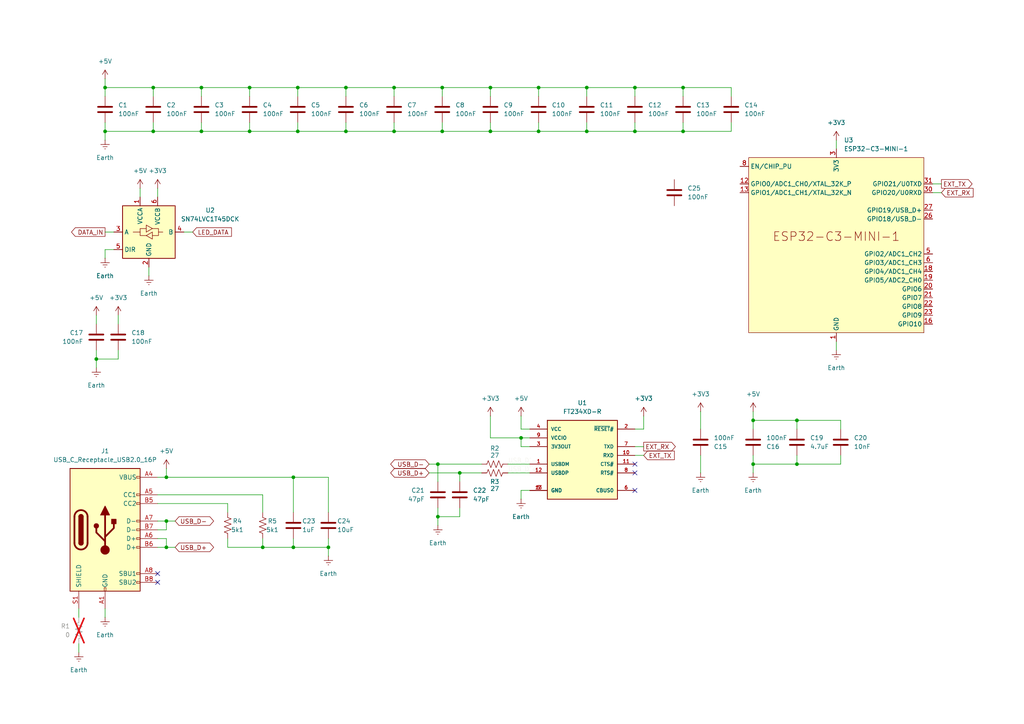
<source format=kicad_sch>
(kicad_sch (version 20231120) (generator "eeschema") (generator_version "8.0")
  (paper "A4")
  (title_block (title "Small Pendant") (rev "A") (company "MJHaahr") (comment 1 "Matthew Haahr"))
  (lib_symbols
    (symbol "Connector:USB_C_Receptacle_USB2.0_16P" (pin_names (offset 1.016))
      (property "Reference" "J" (at 0 22.225 0))
      (property "Value" "USB_C_Receptacle_USB2.0_16P" (at 0 19.685 0))
      (symbol "USB_C_Receptacle_USB2.0_16P_0_0"
        (rectangle (start -0.254 -17.78) (end 0.254 -16.764))
        (rectangle (start 10.16 -14.986) (end 9.144 -15.494))
        (rectangle (start 10.16 -12.446) (end 9.144 -12.954))
        (rectangle (start 10.16 -4.826) (end 9.144 -5.334))
        (rectangle (start 10.16 -2.286) (end 9.144 -2.794))
        (rectangle (start 10.16 0.254) (end 9.144 -0.254))
        (rectangle (start 10.16 2.794) (end 9.144 2.286))
        (rectangle (start 10.16 7.874) (end 9.144 7.366))
        (rectangle (start 10.16 10.414) (end 9.144 9.906))
        (rectangle (start 10.16 15.494) (end 9.144 14.986))
      )
      (symbol "USB_C_Receptacle_USB2.0_16P_0_1"
        (rectangle (start -10.16 17.78) (end 10.16 -17.78) (stroke (width 0.254)) (fill (type background)))
        (arc (start -8.89 -3.81) (mid -6.985 -5.7067) (end -5.08 -3.81) (stroke (width 0.508)))
        (arc (start -7.62 -3.81) (mid -6.985 -4.4423) (end -6.35 -3.81) (stroke (width 0.254)))
        (arc (start -7.62 -3.81) (mid -6.985 -4.4423) (end -6.35 -3.81) (stroke (width 0.254)) (fill (type outline)))
        (rectangle (start -7.62 -3.81) (end -6.35 3.81) (stroke (width 0.254)) (fill (type outline)))
        (arc (start -6.35 3.81) (mid -6.985 4.4423) (end -7.62 3.81) (stroke (width 0.254)))
        (arc (start -6.35 3.81) (mid -6.985 4.4423) (end -7.62 3.81) (stroke (width 0.254)) (fill (type outline)))
        (arc (start -5.08 3.81) (mid -6.985 5.7067) (end -8.89 3.81) (stroke (width 0.508)))
        (circle (center -2.54 1.143) (radius 0.635) (stroke (width 0.254)) (fill (type outline)))
        (circle (center 0 -5.842) (radius 1.27) (fill (type outline)))
        (polyline (pts (xy -8.89 -3.81) (xy -8.89 3.81)) (stroke (width 0.508)))
        (polyline (pts (xy -5.08 3.81) (xy -5.08 -3.81)) (stroke (width 0.508)))
        (polyline (pts (xy 0 -5.842) (xy 0 4.318)) (stroke (width 0.508)))
        (polyline (pts (xy 0 -3.302) (xy -2.54 -0.762) (xy -2.54 0.508)) (stroke (width 0.508)))
        (polyline (pts (xy 0 -2.032) (xy 2.54 0.508) (xy 2.54 1.778)) (stroke (width 0.508)))
        (polyline (pts (xy -1.27 4.318) (xy 0 6.858) (xy 1.27 4.318) (xy -1.27 4.318)) (stroke (width 0.254)) (fill (type outline)))
        (rectangle (start 1.905 1.778) (end 3.175 3.048) (stroke (width 0.254)) (fill (type outline)))
      )
      (symbol "USB_C_Receptacle_USB2.0_16P_1_1"
        (pin passive line (at 0 -22.86 90) (length 5.08) (name "GND") (number "A1"))
        (pin passive line (at 0 -22.86 90) (length 5.08) hide (name "GND") (number "A12"))
        (pin passive line (at 15.24 15.24 180) (length 5.08) (name "VBUS") (number "A4"))
        (pin bidirectional line (at 15.24 10.16 180) (length 5.08) (name "CC1") (number "A5"))
        (pin bidirectional line (at 15.24 -2.54 180) (length 5.08) (name "D+") (number "A6"))
        (pin bidirectional line (at 15.24 2.54 180) (length 5.08) (name "D-") (number "A7"))
        (pin bidirectional line (at 15.24 -12.7 180) (length 5.08) (name "SBU1") (number "A8"))
        (pin passive line (at 15.24 15.24 180) (length 5.08) hide (name "VBUS") (number "A9"))
        (pin passive line (at 0 -22.86 90) (length 5.08) hide (name "GND") (number "B1"))
        (pin passive line (at 0 -22.86 90) (length 5.08) hide (name "GND") (number "B12"))
        (pin passive line (at 15.24 15.24 180) (length 5.08) hide (name "VBUS") (number "B4"))
        (pin bidirectional line (at 15.24 7.62 180) (length 5.08) (name "CC2") (number "B5"))
        (pin bidirectional line (at 15.24 -5.08 180) (length 5.08) (name "D+") (number "B6"))
        (pin bidirectional line (at 15.24 0 180) (length 5.08) (name "D-") (number "B7"))
        (pin bidirectional line (at 15.24 -15.24 180) (length 5.08) (name "SBU2") (number "B8"))
        (pin passive line (at 15.24 15.24 180) (length 5.08) hide (name "VBUS") (number "B9"))
        (pin passive line (at -7.62 -22.86 90) (length 5.08) (name "SHIELD") (number "S1"))
      )
    )
    (symbol "Device:C" (pin_numbers hide) (pin_names (offset 0.254))
      (property "Reference" "C" (at 0.635 2.54 0))
      (property "Value" "C" (at 0.635 -2.54 0))
      (symbol "C_0_1"
        (polyline (pts (xy -2.032 -0.762) (xy 2.032 -0.762)) (stroke (width 0.508)))
        (polyline (pts (xy -2.032 0.762) (xy 2.032 0.762)) (stroke (width 0.508)))
      )
      (symbol "C_1_1"
        (pin passive line (at 0 3.81 270) (length 2.794) (name "~") (number "1"))
        (pin passive line (at 0 -3.81 90) (length 2.794) (name "~") (number "2"))
      )
    )
    (symbol "Device:R_US" (pin_numbers hide) (pin_names (offset 0))
      (property "Reference" "R" (at 2.54 0 90))
      (property "Value" "R_US" (at -2.54 0 90))
      (symbol "R_US_0_1"
        (polyline (pts (xy 0 -2.286) (xy 0 -2.54)))
        (polyline (pts (xy 0 2.286) (xy 0 2.54)))
        (polyline (pts (xy 0 -0.762) (xy 1.016 -1.143) (xy 0 -1.524) (xy -1.016 -1.905) (xy 0 -2.286)))
        (polyline (pts (xy 0 0.762) (xy 1.016 0.381) (xy 0 0) (xy -1.016 -0.381) (xy 0 -0.762)))
        (polyline (pts (xy 0 2.286) (xy 1.016 1.905) (xy 0 1.524) (xy -1.016 1.143) (xy 0 0.762)))
      )
      (symbol "R_US_1_1"
        (pin passive line (at 0 3.81 270) (length 1.27) (name "~") (number "1"))
        (pin passive line (at 0 -3.81 90) (length 1.27) (name "~") (number "2"))
      )
    )
    (symbol "Interface_USB:FT234XD-R" (pin_names (offset 1.016))
      (property "Reference" "U" (at -10.16 13.97 0))
      (property "Value" "FT234XD-R" (at -10.16 -11.43 0))
      (symbol "FT234XD-R_0_0"
        (rectangle (start -10.16 -10.16) (end 10.16 12.7) (stroke (width 0.254)) (fill (type background)))
        (pin bidirectional line (at 15.24 0 180) (length 5.08) (name "USBDM") (number "1"))
        (pin input line (at -15.24 2.54 0) (length 5.08) (name "RXD") (number "10"))
        (pin input line (at -15.24 0 0) (length 5.08) (name "CTS#") (number "11"))
        (pin bidirectional line (at 15.24 -2.54 180) (length 5.08) (name "USBDP") (number "12"))
        (pin power_in line (at 15.24 -7.62 180) (length 5.08) (name "GND") (number "13"))
        (pin input line (at -15.24 10.16 0) (length 5.08) (name "~{RESET}#") (number "2"))
        (pin output line (at 15.24 5.08 180) (length 5.08) (name "3V3OUT") (number "3"))
        (pin power_in line (at 15.24 10.16 180) (length 5.08) (name "VCC") (number "4"))
        (pin power_in line (at 15.24 -7.62 180) (length 5.08) (name "GND") (number "5"))
        (pin bidirectional line (at -15.24 -7.62 0) (length 5.08) (name "CBUS0") (number "6"))
        (pin output line (at -15.24 5.08 0) (length 5.08) (name "TXD") (number "7"))
        (pin output line (at -15.24 -2.54 0) (length 5.08) (name "RTS#") (number "8"))
        (pin power_in line (at 15.24 7.62 180) (length 5.08) (name "VCCIO") (number "9"))
      )
    )
    (symbol "Logic_LevelTranslator:SN74LVC1T45DCK"
      (property "Reference" "U" (at -6.35 8.89 0))
      (property "Value" "SN74LVC1T45DCK" (at 3.81 8.89 0))
      (symbol "SN74LVC1T45DCK_0_1"
        (rectangle (start -7.62 7.62) (end 7.62 -7.62) (stroke (width 0.254)) (fill (type background)))
        (polyline (pts (xy -2.54 0) (xy -2.54 1.016) (xy -0.762 1.016)))
        (polyline (pts (xy 2.794 0) (xy 2.794 -1.016) (xy 1.016 -1.016)))
        (polyline (pts (xy -0.762 -1.016) (xy -2.54 -1.016) (xy -2.54 0) (xy -4.572 0)))
        (polyline (pts (xy -0.762 0) (xy -0.762 2.032) (xy 1.016 1.016) (xy -0.762 0)))
        (polyline (pts (xy 1.016 1.016) (xy 2.794 1.016) (xy 2.794 0) (xy 4.064 0)))
        (polyline (pts (xy 1.016 0) (xy 1.016 -1.778) (xy 1.016 -2.032) (xy -0.762 -1.016) (xy 1.016 0)))
      )
      (symbol "SN74LVC1T45DCK_1_1"
        (pin power_in line (at -2.54 10.16 270) (length 2.54) (name "VCCA") (number "1"))
        (pin power_in line (at 0 -10.16 90) (length 2.54) (name "GND") (number "2"))
        (pin bidirectional line (at -10.16 0 0) (length 2.54) (name "A") (number "3"))
        (pin bidirectional line (at 10.16 0 180) (length 2.54) (name "B") (number "4"))
        (pin input line (at -10.16 -5.08 0) (length 2.54) (name "DIR") (number "5"))
        (pin power_in line (at 2.54 10.16 270) (length 2.54) (name "VCCB") (number "6"))
      )
    )
    (symbol "MCU_Espressif_Official:ESP32-C3-MINI-1"
      (property "Reference" "U" (at -25.4 30.48 0))
      (property "Value" "ESP32-C3-MINI-1" (at -25.4 27.94 0))
      (symbol "ESP32-C3-MINI-1_0_0"
        (text "ESP32-C3-MINI-1" (at 0 2.54 0) (effects (font (size 2.54 2.54))))
      )
      (symbol "ESP32-C3-MINI-1_0_1"
        (rectangle (start -25.4 25.4) (end 25.4 -25.4) (fill (type background)))
      )
      (symbol "ESP32-C3-MINI-1_1_1"
        (pin power_in line (at 0 -27.94 90) (length 2.54) (name "GND") (number "1"))
        (pin no_connect line (at -25.4 2.54 0) (length 2.54) hide (name "NC") (number "10"))
        (pin passive line (at 0 -27.94 90) (length 2.54) hide (name "GND") (number "11"))
        (pin bidirectional line (at -27.94 17.78 0) (length 2.54) (name "GPIO0/ADC1_CH0/XTAL_32K_P") (number "12"))
        (pin bidirectional line (at -27.94 15.24 0) (length 2.54) (name "GPIO1/ADC1_CH1/XTAL_32K_N") (number "13"))
        (pin passive line (at 0 -27.94 90) (length 2.54) hide (name "GND") (number "14"))
        (pin no_connect line (at -25.4 0 0) (length 2.54) hide (name "NC") (number "15"))
        (pin bidirectional line (at 27.94 -22.86 180) (length 2.54) (name "GPIO10") (number "16"))
        (pin no_connect line (at -25.4 -2.54 0) (length 2.54) hide (name "NC") (number "17"))
        (pin bidirectional line (at 27.94 -7.62 180) (length 2.54) (name "GPIO4/ADC1_CH4") (number "18"))
        (pin bidirectional line (at 27.94 -10.16 180) (length 2.54) (name "GPIO5/ADC2_CH0") (number "19"))
        (pin passive line (at 0 -27.94 90) (length 2.54) hide (name "GND") (number "2"))
        (pin bidirectional line (at 27.94 -12.7 180) (length 2.54) (name "GPIO6") (number "20"))
        (pin bidirectional line (at 27.94 -15.24 180) (length 2.54) (name "GPIO7") (number "21"))
        (pin bidirectional line (at 27.94 -17.78 180) (length 2.54) (name "GPIO8") (number "22"))
        (pin bidirectional line (at 27.94 -20.32 180) (length 2.54) (name "GPIO9") (number "23"))
        (pin no_connect line (at -25.4 -5.08 0) (length 2.54) hide (name "NC") (number "24"))
        (pin no_connect line (at -25.4 -7.62 0) (length 2.54) hide (name "NC") (number "25"))
        (pin bidirectional line (at 27.94 7.62 180) (length 2.54) (name "GPIO18/USB_D-") (number "26"))
        (pin bidirectional line (at 27.94 10.16 180) (length 2.54) (name "GPIO19/USB_D+") (number "27"))
        (pin no_connect line (at -25.4 -10.16 0) (length 2.54) hide (name "NC") (number "28"))
        (pin no_connect line (at -25.4 -12.7 0) (length 2.54) hide (name "NC") (number "29"))
        (pin power_in line (at 0 27.94 270) (length 2.54) (name "3V3") (number "3"))
        (pin bidirectional line (at 27.94 15.24 180) (length 2.54) (name "GPIO20/U0RXD") (number "30"))
        (pin bidirectional line (at 27.94 17.78 180) (length 2.54) (name "GPIO21/U0TXD") (number "31"))
        (pin no_connect line (at -25.4 -15.24 0) (length 2.54) hide (name "NC") (number "32"))
        (pin no_connect line (at -25.4 -17.78 0) (length 2.54) hide (name "NC") (number "33"))
        (pin no_connect line (at -25.4 -20.32 0) (length 2.54) hide (name "NC") (number "34"))
        (pin no_connect line (at -25.4 -22.86 0) (length 2.54) hide (name "NC") (number "35"))
        (pin passive line (at 0 -27.94 90) (length 2.54) hide (name "GND") (number "36"))
        (pin passive line (at 0 -27.94 90) (length 2.54) hide (name "GND") (number "37"))
        (pin passive line (at 0 -27.94 90) (length 2.54) hide (name "GND") (number "38"))
        (pin passive line (at 0 -27.94 90) (length 2.54) hide (name "GND") (number "39"))
        (pin no_connect line (at -25.4 10.16 0) (length 2.54) hide (name "NC") (number "4"))
        (pin passive line (at 0 -27.94 90) (length 2.54) hide (name "GND") (number "40"))
        (pin passive line (at 0 -27.94 90) (length 2.54) hide (name "GND") (number "41"))
        (pin passive line (at 0 -27.94 90) (length 2.54) hide (name "GND") (number "42"))
        (pin passive line (at 0 -27.94 90) (length 2.54) hide (name "GND") (number "43"))
        (pin passive line (at 0 -27.94 90) (length 2.54) hide (name "GND") (number "44"))
        (pin passive line (at 0 -27.94 90) (length 2.54) hide (name "GND") (number "45"))
        (pin passive line (at 0 -27.94 90) (length 2.54) hide (name "GND") (number "46"))
        (pin passive line (at 0 -27.94 90) (length 2.54) hide (name "GND") (number "47"))
        (pin passive line (at 0 -27.94 90) (length 2.54) hide (name "GND") (number "48"))
        (pin passive line (at 0 -27.94 90) (length 2.54) hide (name "GND") (number "49"))
        (pin bidirectional line (at 27.94 -2.54 180) (length 2.54) (name "GPIO2/ADC1_CH2") (number "5"))
        (pin passive line (at 0 -27.94 90) (length 2.54) hide (name "GND") (number "50"))
        (pin passive line (at 0 -27.94 90) (length 2.54) hide (name "GND") (number "51"))
        (pin passive line (at 0 -27.94 90) (length 2.54) hide (name "GND") (number "52"))
        (pin passive line (at 0 -27.94 90) (length 2.54) hide (name "GND") (number "53"))
        (pin bidirectional line (at 27.94 -5.08 180) (length 2.54) (name "GPIO3/ADC1_CH3") (number "6"))
        (pin no_connect line (at -25.4 7.62 0) (length 2.54) hide (name "NC") (number "7"))
        (pin input line (at -27.94 22.86 0) (length 2.54) (name "EN/CHIP_PU") (number "8"))
        (pin no_connect line (at -25.4 5.08 0) (length 2.54) hide (name "NC") (number "9"))
      )
    )
    (symbol "power:+3V3" (power) (pin_numbers hide) (pin_names (offset 0) hide)
      (property "Value" "+3V3" (at 0 3.556 0))
      (symbol "+3V3_0_1"
        (polyline (pts (xy -0.762 1.27) (xy 0 2.54)))
        (polyline (pts (xy 0 0) (xy 0 2.54)))
        (polyline (pts (xy 0 2.54) (xy 0.762 1.27)))
      )
      (symbol "+3V3_1_1"
        (pin power_in line (at 0 0 90) (length 0) (name "~") (number "1"))
      )
    )
    (symbol "power:+5V" (power) (pin_numbers hide) (pin_names (offset 0) hide)
      (property "Value" "+5V" (at 0 3.556 0))
      (symbol "+5V_0_1"
        (polyline (pts (xy -0.762 1.27) (xy 0 2.54)))
        (polyline (pts (xy 0 0) (xy 0 2.54)))
        (polyline (pts (xy 0 2.54) (xy 0.762 1.27)))
      )
      (symbol "+5V_1_1"
        (pin power_in line (at 0 0 90) (length 0) (name "~") (number "1"))
      )
    )
    (symbol "power:Earth" (power) (pin_numbers hide) (pin_names (offset 0) hide)
      (property "Value" "Earth" (at 0 -3.81 0))
      (symbol "Earth_0_1"
        (polyline (pts (xy -0.635 -1.905) (xy 0.635 -1.905)))
        (polyline (pts (xy -0.127 -2.54) (xy 0.127 -2.54)))
        (polyline (pts (xy 0 -1.27) (xy 0 0)))
        (polyline (pts (xy 1.27 -1.27) (xy -1.27 -1.27)))
      )
      (symbol "Earth_1_1"
        (pin power_in line (at 0 0 270) (length 0) (name "~") (number "1"))
      )
    )
  )
  (junction (at 198.12 38.1))
  (junction (at 184.15 38.1))
  (junction (at 72.39 38.1))
  (junction (at 127 134.62))
  (junction (at 95.25 158.75))
  (junction (at 170.18 25.4))
  (junction (at 76.2 158.75))
  (junction (at 218.44 134.62))
  (junction (at 127 149.86))
  (junction (at 48.26 151.13))
  (junction (at 170.18 38.1))
  (junction (at 100.33 38.1))
  (junction (at 142.24 25.4))
  (junction (at 30.48 25.4))
  (junction (at 85.09 158.75))
  (junction (at 85.09 138.43))
  (junction (at 48.26 138.43))
  (junction (at 114.3 25.4))
  (junction (at 100.33 25.4))
  (junction (at 114.3 38.1))
  (junction (at 198.12 25.4))
  (junction (at 218.44 121.92))
  (junction (at 44.45 38.1))
  (junction (at 27.94 104.14))
  (junction (at 142.24 38.1))
  (junction (at 48.26 158.75))
  (junction (at 30.48 38.1))
  (junction (at 86.36 25.4))
  (junction (at 156.21 38.1))
  (junction (at 151.13 127))
  (junction (at 44.45 25.4))
  (junction (at 128.27 25.4))
  (junction (at 231.14 134.62))
  (junction (at 72.39 25.4))
  (junction (at 86.36 38.1))
  (junction (at 58.42 38.1))
  (junction (at 58.42 25.4))
  (junction (at 231.14 121.92))
  (junction (at 133.35 137.16))
  (junction (at 156.21 25.4))
  (junction (at 184.15 25.4))
  (junction (at 128.27 38.1))
  (no_connect (at 184.15 142.24))
  (no_connect (at 45.72 168.91))
  (no_connect (at 45.72 166.37))
  (no_connect (at 184.15 134.62))
  (no_connect (at 184.15 137.16))
  (wire (pts (xy 151.13 142.24) (xy 151.13 144.78)))
  (wire (pts (xy 124.46 134.62) (xy 127 134.62)))
  (wire (pts (xy 86.36 25.4) (xy 86.36 27.94)))
  (wire (pts (xy 128.27 25.4) (xy 142.24 25.4)))
  (wire (pts (xy 270.51 55.88) (xy 273.05 55.88)))
  (wire (pts (xy 242.57 40.64) (xy 242.57 43.18)))
  (wire (pts (xy 218.44 119.38) (xy 218.44 121.92)))
  (wire (pts (xy 95.25 138.43) (xy 95.25 148.59)))
  (wire (pts (xy 147.32 137.16) (xy 153.67 137.16)))
  (wire (pts (xy 48.26 158.75) (xy 50.8 158.75)))
  (wire (pts (xy 30.48 38.1) (xy 30.48 35.56)))
  (wire (pts (xy 58.42 25.4) (xy 58.42 27.94)))
  (wire (pts (xy 218.44 134.62) (xy 231.14 134.62)))
  (wire (pts (xy 203.2 119.38) (xy 203.2 124.46)))
  (wire (pts (xy 147.32 134.62) (xy 153.67 134.62)))
  (wire (pts (xy 44.45 38.1) (xy 44.45 35.56)))
  (wire (pts (xy 184.15 132.08) (xy 186.69 132.08)))
  (wire (pts (xy 151.13 127) (xy 151.13 129.54)))
  (wire (pts (xy 44.45 25.4) (xy 44.45 27.94)))
  (wire (pts (xy 114.3 38.1) (xy 114.3 35.56)))
  (wire (pts (xy 30.48 72.39) (xy 33.02 72.39)))
  (wire (pts (xy 114.3 25.4) (xy 114.3 27.94)))
  (wire (pts (xy 76.2 158.75) (xy 76.2 156.21)))
  (wire (pts (xy 184.15 25.4) (xy 184.15 27.94)))
  (wire (pts (xy 151.13 129.54) (xy 153.67 129.54)))
  (wire (pts (xy 114.3 25.4) (xy 128.27 25.4)))
  (wire (pts (xy 45.72 143.51) (xy 76.2 143.51)))
  (wire (pts (xy 156.21 25.4) (xy 156.21 27.94)))
  (wire (pts (xy 72.39 25.4) (xy 86.36 25.4)))
  (wire (pts (xy 212.09 38.1) (xy 198.12 38.1)))
  (wire (pts (xy 128.27 25.4) (xy 128.27 27.94)))
  (wire (pts (xy 86.36 38.1) (xy 72.39 38.1)))
  (wire (pts (xy 53.34 67.31) (xy 55.88 67.31)))
  (wire (pts (xy 170.18 38.1) (xy 170.18 35.56)))
  (wire (pts (xy 58.42 25.4) (xy 72.39 25.4)))
  (wire (pts (xy 198.12 38.1) (xy 184.15 38.1)))
  (wire (pts (xy 43.18 80.01) (xy 43.18 77.47)))
  (wire (pts (xy 45.72 158.75) (xy 48.26 158.75)))
  (wire (pts (xy 212.09 38.1) (xy 212.09 35.56)))
  (wire (pts (xy 30.48 22.86) (xy 30.48 25.4)))
  (wire (pts (xy 184.15 38.1) (xy 184.15 35.56)))
  (wire (pts (xy 153.67 142.24) (xy 151.13 142.24)))
  (wire (pts (xy 243.84 132.08) (xy 243.84 134.62)))
  (wire (pts (xy 127 149.86) (xy 127 152.4)))
  (wire (pts (xy 127 134.62) (xy 127 139.7)))
  (wire (pts (xy 243.84 121.92) (xy 243.84 124.46)))
  (wire (pts (xy 48.26 156.21) (xy 48.26 158.75)))
  (wire (pts (xy 142.24 127) (xy 142.24 120.65)))
  (wire (pts (xy 170.18 25.4) (xy 184.15 25.4)))
  (wire (pts (xy 86.36 25.4) (xy 100.33 25.4)))
  (wire (pts (xy 86.36 38.1) (xy 86.36 35.56)))
  (wire (pts (xy 198.12 25.4) (xy 198.12 27.94)))
  (wire (pts (xy 198.12 25.4) (xy 212.09 25.4)))
  (wire (pts (xy 34.29 104.14) (xy 34.29 101.6)))
  (wire (pts (xy 156.21 38.1) (xy 142.24 38.1)))
  (wire (pts (xy 100.33 38.1) (xy 100.33 35.56)))
  (wire (pts (xy 184.15 25.4) (xy 198.12 25.4)))
  (wire (pts (xy 243.84 134.62) (xy 231.14 134.62)))
  (wire (pts (xy 66.04 158.75) (xy 66.04 156.21)))
  (wire (pts (xy 72.39 25.4) (xy 72.39 27.94)))
  (wire (pts (xy 133.35 149.86) (xy 127 149.86)))
  (wire (pts (xy 142.24 127) (xy 151.13 127)))
  (wire (pts (xy 76.2 143.51) (xy 76.2 148.59)))
  (wire (pts (xy 184.15 38.1) (xy 170.18 38.1)))
  (wire (pts (xy 218.44 121.92) (xy 231.14 121.92)))
  (wire (pts (xy 95.25 158.75) (xy 95.25 156.21)))
  (wire (pts (xy 45.72 151.13) (xy 48.26 151.13)))
  (wire (pts (xy 30.48 176.53) (xy 30.48 179.07)))
  (wire (pts (xy 58.42 38.1) (xy 58.42 35.56)))
  (wire (pts (xy 198.12 38.1) (xy 198.12 35.56)))
  (wire (pts (xy 156.21 25.4) (xy 170.18 25.4)))
  (wire (pts (xy 231.14 132.08) (xy 231.14 134.62)))
  (wire (pts (xy 85.09 138.43) (xy 95.25 138.43)))
  (wire (pts (xy 30.48 74.93) (xy 30.48 72.39)))
  (wire (pts (xy 142.24 25.4) (xy 156.21 25.4)))
  (wire (pts (xy 231.14 121.92) (xy 231.14 124.46)))
  (wire (pts (xy 48.26 138.43) (xy 85.09 138.43)))
  (wire (pts (xy 142.24 25.4) (xy 142.24 27.94)))
  (wire (pts (xy 30.48 67.31) (xy 33.02 67.31)))
  (wire (pts (xy 27.94 91.44) (xy 27.94 93.98)))
  (wire (pts (xy 133.35 137.16) (xy 133.35 139.7)))
  (wire (pts (xy 151.13 127) (xy 153.67 127)))
  (wire (pts (xy 40.64 54.61) (xy 40.64 57.15)))
  (wire (pts (xy 22.86 176.53) (xy 22.86 179.07)))
  (wire (pts (xy 30.48 40.64) (xy 30.48 38.1)))
  (wire (pts (xy 72.39 38.1) (xy 58.42 38.1)))
  (wire (pts (xy 124.46 137.16) (xy 133.35 137.16)))
  (wire (pts (xy 186.69 124.46) (xy 184.15 124.46)))
  (wire (pts (xy 27.94 106.68) (xy 27.94 104.14)))
  (wire (pts (xy 85.09 138.43) (xy 85.09 148.59)))
  (wire (pts (xy 45.72 153.67) (xy 48.26 153.67)))
  (wire (pts (xy 45.72 156.21) (xy 48.26 156.21)))
  (wire (pts (xy 27.94 104.14) (xy 27.94 101.6)))
  (wire (pts (xy 66.04 158.75) (xy 76.2 158.75)))
  (wire (pts (xy 44.45 38.1) (xy 30.48 38.1)))
  (wire (pts (xy 231.14 121.92) (xy 243.84 121.92)))
  (wire (pts (xy 186.69 120.65) (xy 186.69 124.46)))
  (wire (pts (xy 66.04 146.05) (xy 45.72 146.05)))
  (wire (pts (xy 151.13 120.65) (xy 151.13 124.46)))
  (wire (pts (xy 45.72 54.61) (xy 45.72 57.15)))
  (wire (pts (xy 100.33 25.4) (xy 114.3 25.4)))
  (wire (pts (xy 127 134.62) (xy 139.7 134.62)))
  (wire (pts (xy 30.48 25.4) (xy 44.45 25.4)))
  (wire (pts (xy 128.27 38.1) (xy 128.27 35.56)))
  (wire (pts (xy 242.57 101.6) (xy 242.57 99.06)))
  (wire (pts (xy 66.04 148.59) (xy 66.04 146.05)))
  (wire (pts (xy 48.26 135.89) (xy 48.26 138.43)))
  (wire (pts (xy 27.94 104.14) (xy 34.29 104.14)))
  (wire (pts (xy 85.09 158.75) (xy 85.09 156.21)))
  (wire (pts (xy 156.21 35.56) (xy 156.21 38.1)))
  (wire (pts (xy 156.21 38.1) (xy 170.18 38.1)))
  (wire (pts (xy 48.26 138.43) (xy 45.72 138.43)))
  (wire (pts (xy 153.67 124.46) (xy 151.13 124.46)))
  (wire (pts (xy 142.24 38.1) (xy 128.27 38.1)))
  (wire (pts (xy 142.24 38.1) (xy 142.24 35.56)))
  (wire (pts (xy 95.25 158.75) (xy 95.25 161.29)))
  (wire (pts (xy 48.26 151.13) (xy 48.26 153.67)))
  (wire (pts (xy 218.44 124.46) (xy 218.44 121.92)))
  (wire (pts (xy 100.33 38.1) (xy 86.36 38.1)))
  (wire (pts (xy 34.29 91.44) (xy 34.29 93.98)))
  (wire (pts (xy 133.35 137.16) (xy 139.7 137.16)))
  (wire (pts (xy 48.26 151.13) (xy 50.8 151.13)))
  (wire (pts (xy 184.15 129.54) (xy 186.69 129.54)))
  (wire (pts (xy 58.42 38.1) (xy 44.45 38.1)))
  (wire (pts (xy 44.45 25.4) (xy 58.42 25.4)))
  (wire (pts (xy 270.51 53.34) (xy 273.05 53.34)))
  (wire (pts (xy 128.27 38.1) (xy 114.3 38.1)))
  (wire (pts (xy 218.44 137.16) (xy 218.44 134.62)))
  (wire (pts (xy 133.35 147.32) (xy 133.35 149.86)))
  (wire (pts (xy 30.48 27.94) (xy 30.48 25.4)))
  (wire (pts (xy 100.33 25.4) (xy 100.33 27.94)))
  (wire (pts (xy 170.18 27.94) (xy 170.18 25.4)))
  (wire (pts (xy 218.44 132.08) (xy 218.44 134.62)))
  (wire (pts (xy 114.3 38.1) (xy 100.33 38.1)))
  (wire (pts (xy 212.09 25.4) (xy 212.09 27.94)))
  (wire (pts (xy 22.86 186.69) (xy 22.86 189.23)))
  (wire (pts (xy 203.2 137.16) (xy 203.2 132.08)))
  (wire (pts (xy 72.39 38.1) (xy 72.39 35.56)))
  (wire (pts (xy 85.09 158.75) (xy 95.25 158.75)))
  (wire (pts (xy 76.2 158.75) (xy 85.09 158.75)))
  (wire (pts (xy 127 149.86) (xy 127 147.32)))
  (label "USB_D'-" (at 147.32 134.62 0))
  (label "USB_D'+" (at 147.32 137.16 0))
  (global_label "USB_D-" (shape bidirectional) (at 124.46 134.62 180) (property "Intersheetrefs" "${INTERSHEET_REFS}" (effects (hide yes))))
  (global_label "DATA_IN" (shape output) (at 30.48 67.31 180) (property "Intersheetrefs" "${INTERSHEET_REFS}" (effects (hide yes))))
  (global_label "USB_D+" (shape bidirectional) (at 50.8 158.75 0) (property "Intersheetrefs" "${INTERSHEET_REFS}" (effects (hide yes))))
  (global_label "LED_DATA" (shape input) (at 55.88 67.31 0) (property "Intersheetrefs" "${INTERSHEET_REFS}" (effects (hide yes))))
  (global_label "EXT_TX" (shape output) (at 273.05 53.34 0) (property "Intersheetrefs" "${INTERSHEET_REFS}" (effects (hide yes))))
  (global_label "USB_D-" (shape bidirectional) (at 50.8 151.13 0) (property "Intersheetrefs" "${INTERSHEET_REFS}" (effects (hide yes))))
  (global_label "USB_D+" (shape bidirectional) (at 124.46 137.16 180) (property "Intersheetrefs" "${INTERSHEET_REFS}" (effects (hide yes))))
  (global_label "EXT_TX" (shape input) (at 186.69 132.08 0) (property "Intersheetrefs" "${INTERSHEET_REFS}" (effects (hide yes))))
  (global_label "EXT_RX" (shape input) (at 273.05 55.88 0) (property "Intersheetrefs" "${INTERSHEET_REFS}" (effects (hide yes))))
  (global_label "EXT_RX" (shape output) (at 186.69 129.54 0) (property "Intersheetrefs" "${INTERSHEET_REFS}" (effects (hide yes))))
  (symbol (lib_id "power:+5V") (at 151.13 120.65 0) (unit 1)
    (property "Reference" "#PWR034" (effects (hide yes)))
    (property "Value" "+5V" (at 151.13 115.57 0))
    (property "Description" "Power symbol creates a global label with name \"+5V\"" (effects (hide yes)))
  )
  (symbol (lib_id "Device:R_US") (at 143.51 134.62 90) (unit 1)
    (property "Reference" "R2" (at 143.51 130.048 90))
    (property "Value" "27" (at 143.51 132.08 90))
    (property "Footprint" "Resistor_SMD:R_0402_1005Metric" (effects (hide yes)))
    (property "Description" "Resistor, US symbol" (effects (hide yes)))
  )
  (symbol (lib_id "power:Earth") (at 30.48 74.93 0) (unit 1)
    (property "Reference" "#PWR024" (effects (hide yes)))
    (property "Value" "Earth" (at 30.48 80.01 0))
    (property "Description" "Power symbol creates a global label with name \"Earth\"" (effects (hide yes)))
  )
  (symbol (lib_id "Device:C") (at 44.45 31.75 0) (unit 1)
    (property "Reference" "C2" (at 48.26 30.4799 0) (effects (justify left)))
    (property "Value" "100nF" (at 48.26 33.0199 0) (effects (justify left)))
    (property "Footprint" "Capacitor_SMD:C_0402_1005Metric" (effects (hide yes)))
    (property "Description" "Unpolarized capacitor" (effects (hide yes)))
  )
  (symbol (lib_id "Device:C") (at 128.27 31.75 0) (unit 1)
    (property "Reference" "C8" (at 132.08 30.4799 0) (effects (justify left)))
    (property "Value" "100nF" (at 132.08 33.0199 0) (effects (justify left)))
    (property "Footprint" "Capacitor_SMD:C_0402_1005Metric" (effects (hide yes)))
    (property "Description" "Unpolarized capacitor" (effects (hide yes)))
  )
  (symbol (lib_id "Device:C") (at 198.12 31.75 0) (unit 1)
    (property "Reference" "C13" (at 201.93 30.4799 0) (effects (justify left)))
    (property "Value" "100nF" (at 201.93 33.0199 0) (effects (justify left)))
    (property "Footprint" "Capacitor_SMD:C_0402_1005Metric" (effects (hide yes)))
    (property "Description" "Unpolarized capacitor" (effects (hide yes)))
  )
  (symbol (lib_id "power:+3V3") (at 45.72 54.61 0) (unit 1)
    (property "Reference" "#PWR038" (effects (hide yes)))
    (property "Value" "+3V3" (at 45.72 49.53 0))
    (property "Description" "Power symbol creates a global label with name \"+3V3\"" (effects (hide yes)))
  )
  (symbol (lib_id "Device:C") (at 231.14 128.27 0) (unit 1)
    (property "Reference" "C19" (at 234.95 126.9999 0) (effects (justify left)))
    (property "Value" "4.7uF" (at 234.95 129.5399 0) (effects (justify left)))
    (property "Footprint" "Capacitor_SMD:C_0402_1005Metric" (effects (hide yes)))
    (property "Description" "Unpolarized capacitor" (effects (hide yes)))
  )
  (symbol (lib_id "Device:C") (at 184.15 31.75 0) (unit 1)
    (property "Reference" "C12" (at 187.96 30.4799 0) (effects (justify left)))
    (property "Value" "100nF" (at 187.96 33.0199 0) (effects (justify left)))
    (property "Footprint" "Capacitor_SMD:C_0402_1005Metric" (effects (hide yes)))
    (property "Description" "Unpolarized capacitor" (effects (hide yes)))
  )
  (symbol (lib_id "Device:R_US") (at 22.86 182.88 0) (mirror x) (unit 1) (in_bom no) (dnp yes)
    (property "Reference" "R1" (at 20.32 181.6099 0) (effects (justify right)))
    (property "Value" "0" (at 20.32 184.1499 0) (effects (justify right)))
    (property "Footprint" "Resistor_SMD:R_0402_1005Metric" (effects (hide yes)))
    (property "Description" "Resistor, US symbol" (effects (hide yes)))
  )
  (symbol (lib_id "power:+5V") (at 48.26 135.89 0) (unit 1)
    (property "Reference" "#PWR027" (effects (hide yes)))
    (property "Value" "+5V" (at 48.26 130.81 0))
    (property "Description" "Power symbol creates a global label with name \"+5V\"" (effects (hide yes)))
  )
  (symbol (lib_id "power:+5V") (at 30.48 22.86 0) (unit 1)
    (property "Reference" "#PWR021" (effects (hide yes)))
    (property "Value" "+5V" (at 30.48 17.78 0))
    (property "Description" "Power symbol creates a global label with name \"+5V\"" (effects (hide yes)))
  )
  (symbol (lib_id "Device:C") (at 34.29 97.79 0) (unit 1)
    (property "Reference" "C18" (at 38.1 96.5199 0) (effects (justify left)))
    (property "Value" "100nF" (at 38.1 99.0599 0) (effects (justify left)))
    (property "Footprint" "Capacitor_SMD:C_0402_1005Metric" (effects (hide yes)))
    (property "Description" "Unpolarized capacitor" (effects (hide yes)))
  )
  (symbol (lib_id "Device:C") (at 212.09 31.75 0) (unit 1)
    (property "Reference" "C14" (at 215.9 30.4799 0) (effects (justify left)))
    (property "Value" "100nF" (at 215.9 33.0199 0) (effects (justify left)))
    (property "Footprint" "Capacitor_SMD:C_0402_1005Metric" (effects (hide yes)))
    (property "Description" "Unpolarized capacitor" (effects (hide yes)))
  )
  (symbol (lib_id "Device:C") (at 142.24 31.75 0) (unit 1)
    (property "Reference" "C9" (at 146.05 30.4799 0) (effects (justify left)))
    (property "Value" "100nF" (at 146.05 33.0199 0) (effects (justify left)))
    (property "Footprint" "Capacitor_SMD:C_0402_1005Metric" (effects (hide yes)))
    (property "Description" "Unpolarized capacitor" (effects (hide yes)))
  )
  (symbol (lib_id "Device:C") (at 195.58 55.88 0) (unit 1)
    (property "Reference" "C25" (at 199.39 54.6099 0) (effects (justify left)))
    (property "Value" "100nF" (at 199.39 57.1499 0) (effects (justify left)))
    (property "Footprint" "Capacitor_SMD:C_0402_1005Metric" (effects (hide yes)))
    (property "Description" "Unpolarized capacitor" (effects (hide yes)))
  )
  (symbol (lib_id "Device:C") (at 170.18 31.75 0) (unit 1)
    (property "Reference" "C11" (at 173.99 30.4799 0) (effects (justify left)))
    (property "Value" "100nF" (at 173.99 33.0199 0) (effects (justify left)))
    (property "Footprint" "Capacitor_SMD:C_0402_1005Metric" (effects (hide yes)))
    (property "Description" "Unpolarized capacitor" (effects (hide yes)))
  )
  (symbol (lib_id "Device:C") (at 95.25 152.4 0) (unit 1)
    (property "Reference" "C24" (at 97.79 151.13 0) (effects (justify left)))
    (property "Value" "10uF" (at 97.79 153.67 0) (effects (justify left)))
    (property "Footprint" "Capacitor_SMD:C_0402_1005Metric" (effects (hide yes)))
    (property "Description" "Unpolarized capacitor" (effects (hide yes)))
  )
  (symbol (lib_id "power:Earth") (at 43.18 80.01 0) (unit 1)
    (property "Reference" "#PWR023" (effects (hide yes)))
    (property "Value" "Earth" (at 43.18 85.09 0))
    (property "Description" "Power symbol creates a global label with name \"Earth\"" (effects (hide yes)))
  )
  (symbol (lib_id "power:Earth") (at 30.48 179.07 0) (unit 1)
    (property "Reference" "#PWR026" (effects (hide yes)))
    (property "Value" "Earth" (at 30.48 184.15 0))
    (property "Description" "Power symbol creates a global label with name \"Earth\"" (effects (hide yes)))
  )
  (symbol (lib_id "Device:C") (at 58.42 31.75 0) (unit 1)
    (property "Reference" "C3" (at 62.23 30.4799 0) (effects (justify left)))
    (property "Value" "100nF" (at 62.23 33.0199 0) (effects (justify left)))
    (property "Footprint" "Capacitor_SMD:C_0402_1005Metric" (effects (hide yes)))
    (property "Description" "Unpolarized capacitor" (effects (hide yes)))
  )
  (symbol (lib_id "Device:C") (at 72.39 31.75 0) (unit 1)
    (property "Reference" "C4" (at 76.2 30.4799 0) (effects (justify left)))
    (property "Value" "100nF" (at 76.2 33.0199 0) (effects (justify left)))
    (property "Footprint" "Capacitor_SMD:C_0402_1005Metric" (effects (hide yes)))
    (property "Description" "Unpolarized capacitor" (effects (hide yes)))
  )
  (symbol (lib_id "power:+3V3") (at 203.2 119.38 0) (unit 1)
    (property "Reference" "#PWR028" (effects (hide yes)))
    (property "Value" "+3V3" (at 203.2 114.3 0))
    (property "Description" "Power symbol creates a global label with name \"+3V3\"" (effects (hide yes)))
  )
  (symbol (lib_id "power:Earth") (at 22.86 189.23 0) (unit 1)
    (property "Reference" "#PWR025" (effects (hide yes)))
    (property "Value" "Earth" (at 22.86 194.31 0))
    (property "Description" "Power symbol creates a global label with name \"Earth\"" (effects (hide yes)))
  )
  (symbol (lib_id "Interface_USB:FT234XD-R") (at 168.91 134.62 0) (mirror y) (unit 1)
    (property "Reference" "U1" (at 168.91 116.84 0))
    (property "Value" "FT234XD-R" (at 168.91 119.38 0))
    (property "Footprint" "Package_DFN_QFN:DFN-12-1EP_3x3mm_P0.45mm_EP1.65x2.38mm" (effects (hide yes)))
    (property "MF" "FTDI Chip" (effects (hide yes)))
    (property "MAXIMUM_PACKAGE_HEIGHT" "0.8mm" (effects (hide yes)))
    (property "Package" "DFN-12 FTDI" (effects (hide yes)))
    (property "Price" "None" (effects (hide yes)))
    (property "Check_prices" "https://www.snapeda.com/parts/FT234XD-R/FTDI/view-part/?ref=eda" (effects (hide yes)))
    (property "STANDARD" "IPC-7351B" (effects (hide yes)))
    (property "PARTREV" "Version 1.2" (effects (hide yes)))
    (property "SnapEDA_Link" "https://www.snapeda.com/parts/FT234XD-R/FTDI/view-part/?ref=snap" (effects (hide yes)))
    (property "MP" "FT234XD-R" (effects (hide yes)))
    (property "Description_1" "\n                        \n                            USB Full Speed to Basic UART IC with USB Charger Detection | FTDI FT234XD-R\n                        \n" (effects (hide yes)))
    (property "Availability" "In Stock" (effects (hide yes)))
    (property "MANUFACTURER" "FTDI" (effects (hide yes)))
  )
  (symbol (lib_id "Device:R_US") (at 143.51 137.16 90) (unit 1)
    (property "Reference" "R3" (at 143.51 139.7 90))
    (property "Value" "27" (at 143.51 141.732 90))
    (property "Footprint" "Resistor_SMD:R_0402_1005Metric" (effects (hide yes)))
    (property "Description" "Resistor, US symbol" (effects (hide yes)))
  )
  (symbol (lib_id "power:Earth") (at 218.44 137.16 0) (unit 1)
    (property "Reference" "#PWR031" (effects (hide yes)))
    (property "Value" "Earth" (at 218.44 142.24 0))
    (property "Description" "Power symbol creates a global label with name \"Earth\"" (effects (hide yes)))
  )
  (symbol (lib_id "Connector:USB_C_Receptacle_USB2.0_16P") (at 30.48 153.67 0) (unit 1)
    (property "Reference" "J1" (at 30.48 130.81 0))
    (property "Value" "USB_C_Receptacle_USB2.0_16P" (at 30.48 133.35 0))
    (property "Footprint" "Connector_USB:USB_C_Receptacle_GCT_USB4105-xx-A_16P_TopMnt_Horizontal" (effects (hide yes)))
    (property "Datasheet" "https://www.usb.org/sites/default/files/documents/usb_type-c.zip" (effects (hide yes)))
    (property "Description" "USB 2.0-only 16P Type-C Receptacle connector" (effects (hide yes)))
  )
  (symbol (lib_id "Device:C") (at 30.48 31.75 0) (unit 1)
    (property "Reference" "C1" (at 34.29 30.4799 0) (effects (justify left)))
    (property "Value" "100nF" (at 34.29 33.0199 0) (effects (justify left)))
    (property "Footprint" "Capacitor_SMD:C_0402_1005Metric" (effects (hide yes)))
    (property "Description" "Unpolarized capacitor" (effects (hide yes)))
  )
  (symbol (lib_id "Device:C") (at 27.94 97.79 0) (mirror y) (unit 1)
    (property "Reference" "C17" (at 24.13 96.5199 0) (effects (justify left)))
    (property "Value" "100nF" (at 24.13 99.0599 0) (effects (justify left)))
    (property "Footprint" "Capacitor_SMD:C_0402_1005Metric" (effects (hide yes)))
    (property "Description" "Unpolarized capacitor" (effects (hide yes)))
  )
  (symbol (lib_id "power:Earth") (at 27.94 106.68 0) (mirror y) (unit 1)
    (property "Reference" "#PWR039" (effects (hide yes)))
    (property "Value" "Earth" (at 27.94 111.76 0))
    (property "Description" "Power symbol creates a global label with name \"Earth\"" (effects (hide yes)))
  )
  (symbol (lib_id "Device:R_US") (at 76.2 152.4 0) (unit 1)
    (property "Reference" "R5" (at 78.994 151.13 0))
    (property "Value" "5k1" (at 78.994 153.67 0))
    (property "Footprint" "Resistor_SMD:R_0402_1005Metric" (effects (hide yes)))
    (property "Description" "Resistor, US symbol" (effects (hide yes)))
  )
  (symbol (lib_id "Device:C") (at 156.21 31.75 0) (unit 1)
    (property "Reference" "C10" (at 160.02 30.4799 0) (effects (justify left)))
    (property "Value" "100nF" (at 160.02 33.0199 0) (effects (justify left)))
    (property "Footprint" "Capacitor_SMD:C_0402_1005Metric" (effects (hide yes)))
    (property "Description" "Unpolarized capacitor" (effects (hide yes)))
  )
  (symbol (lib_id "Device:R_US") (at 66.04 152.4 0) (unit 1)
    (property "Reference" "R4" (at 68.834 151.13 0))
    (property "Value" "5k1" (at 68.834 153.67 0))
    (property "Footprint" "Resistor_SMD:R_0402_1005Metric" (effects (hide yes)))
    (property "Description" "Resistor, US symbol" (effects (hide yes)))
  )
  (symbol (lib_id "MCU_Espressif_Official:ESP32-C3-MINI-1") (at 242.57 71.12 0) (unit 1)
    (property "Reference" "U3" (at 244.7641 40.64 0) (effects (justify left)))
    (property "Value" "ESP32-C3-MINI-1" (at 244.7641 43.18 0) (effects (justify left)))
    (property "Footprint" "MCU_Espressif_Official:ESP32-C3-MINI-1" (effects (hide yes)))
    (property "Datasheet" "https://www.espressif.com/sites/default/files/documentation/esp32-c3-mini-1_datasheet_en.pdf" (effects (hide yes)))
    (property "Description" "ESP32-C3-MINI-1 family is an ultra-low-power MCU-based SoC solution that supports 2.4 GHz Wi-Fi and Bluetooth®Low Energy (Bluetooth LE)." (effects (hide yes)))
  )
  (symbol (lib_id "Device:C") (at 127 143.51 0) (mirror y) (unit 1)
    (property "Reference" "C21" (at 123.19 142.2399 0) (effects (justify left)))
    (property "Value" "47pF" (at 123.19 144.7799 0) (effects (justify left)))
    (property "Footprint" "Capacitor_SMD:C_0402_1005Metric" (effects (hide yes)))
    (property "Description" "Unpolarized capacitor" (effects (hide yes)))
  )
  (symbol (lib_id "Logic_LevelTranslator:SN74LVC1T45DCK") (at 43.18 67.31 0) (unit 1)
    (property "Reference" "U2" (at 60.96 60.9914 0))
    (property "Value" "SN74LVC1T45DCK" (at 60.96 63.5314 0))
    (property "Footprint" "Package_TO_SOT_SMD:SOT-363_SC-70-6" (effects (hide yes)))
    (property "Datasheet" "http://www.ti.com/lit/ds/symlink/sn74lvc1t45.pdf" (effects (hide yes)))
    (property "Description" "Single-Bit Dual-Supply Bus Transceiver With Configurable Voltage Translation and 3-State Outputs, SOT-363" (effects (hide yes)))
  )
  (symbol (lib_id "Device:C") (at 86.36 31.75 0) (unit 1)
    (property "Reference" "C5" (at 90.17 30.4799 0) (effects (justify left)))
    (property "Value" "100nF" (at 90.17 33.0199 0) (effects (justify left)))
    (property "Footprint" "Capacitor_SMD:C_0402_1005Metric" (effects (hide yes)))
    (property "Description" "Unpolarized capacitor" (effects (hide yes)))
  )
  (symbol (lib_id "Device:C") (at 133.35 143.51 0) (unit 1)
    (property "Reference" "C22" (at 137.16 142.2399 0) (effects (justify left)))
    (property "Value" "47pF" (at 137.16 144.7799 0) (effects (justify left)))
    (property "Footprint" "Capacitor_SMD:C_0402_1005Metric" (effects (hide yes)))
    (property "Description" "Unpolarized capacitor" (effects (hide yes)))
  )
  (symbol (lib_id "power:Earth") (at 203.2 137.16 0) (unit 1)
    (property "Reference" "#PWR029" (effects (hide yes)))
    (property "Value" "Earth" (at 203.2 142.24 0))
    (property "Description" "Power symbol creates a global label with name \"Earth\"" (effects (hide yes)))
  )
  (symbol (lib_id "Device:C") (at 243.84 128.27 0) (unit 1)
    (property "Reference" "C20" (at 247.65 126.9999 0) (effects (justify left)))
    (property "Value" "10nF" (at 247.65 129.5399 0) (effects (justify left)))
    (property "Footprint" "Capacitor_SMD:C_0402_1005Metric" (effects (hide yes)))
    (property "Description" "Unpolarized capacitor" (effects (hide yes)))
  )
  (symbol (lib_id "power:+3V3") (at 242.57 40.64 0) (unit 1)
    (property "Reference" "#PWR043" (effects (hide yes)))
    (property "Value" "+3V3" (at 242.57 35.56 0))
    (property "Description" "Power symbol creates a global label with name \"+3V3\"" (effects (hide yes)))
  )
  (symbol (lib_id "power:Earth") (at 127 152.4 0) (unit 1)
    (property "Reference" "#PWR032" (effects (hide yes)))
    (property "Value" "Earth" (at 127 157.48 0))
    (property "Description" "Power symbol creates a global label with name \"Earth\"" (effects (hide yes)))
  )
  (symbol (lib_id "power:+5V") (at 218.44 119.38 0) (unit 1)
    (property "Reference" "#PWR030" (effects (hide yes)))
    (property "Value" "+5V" (at 218.44 114.3 0))
    (property "Description" "Power symbol creates a global label with name \"+5V\"" (effects (hide yes)))
  )
  (symbol (lib_id "Device:C") (at 114.3 31.75 0) (unit 1)
    (property "Reference" "C7" (at 118.11 30.4799 0) (effects (justify left)))
    (property "Value" "100nF" (at 118.11 33.0199 0) (effects (justify left)))
    (property "Footprint" "Capacitor_SMD:C_0402_1005Metric" (effects (hide yes)))
    (property "Description" "Unpolarized capacitor" (effects (hide yes)))
  )
  (symbol (lib_id "Device:C") (at 100.33 31.75 0) (unit 1)
    (property "Reference" "C6" (at 104.14 30.4799 0) (effects (justify left)))
    (property "Value" "100nF" (at 104.14 33.0199 0) (effects (justify left)))
    (property "Footprint" "Capacitor_SMD:C_0402_1005Metric" (effects (hide yes)))
    (property "Description" "Unpolarized capacitor" (effects (hide yes)))
  )
  (symbol (lib_id "power:Earth") (at 30.48 40.64 0) (unit 1)
    (property "Reference" "#PWR022" (effects (hide yes)))
    (property "Value" "Earth" (at 30.48 45.72 0))
    (property "Description" "Power symbol creates a global label with name \"Earth\"" (effects (hide yes)))
  )
  (symbol (lib_id "power:+3V3") (at 186.69 120.65 0) (unit 1)
    (property "Reference" "#PWR036" (effects (hide yes)))
    (property "Value" "+3V3" (at 186.69 115.57 0))
    (property "Description" "Power symbol creates a global label with name \"+3V3\"" (effects (hide yes)))
  )
  (symbol (lib_id "power:+3V3") (at 142.24 120.65 0) (unit 1)
    (property "Reference" "#PWR033" (effects (hide yes)))
    (property "Value" "+3V3" (at 142.24 115.57 0))
    (property "Description" "Power symbol creates a global label with name \"+3V3\"" (effects (hide yes)))
  )
  (symbol (lib_id "Device:C") (at 218.44 128.27 0) (mirror x) (unit 1)
    (property "Reference" "C16" (at 222.25 129.5401 0) (effects (justify left)))
    (property "Value" "100nF" (at 222.25 127.0001 0) (effects (justify left)))
    (property "Footprint" "Capacitor_SMD:C_0402_1005Metric" (effects (hide yes)))
    (property "Description" "Unpolarized capacitor" (effects (hide yes)))
  )
  (symbol (lib_id "power:+3V3") (at 34.29 91.44 0) (unit 1)
    (property "Reference" "#PWR041" (effects (hide yes)))
    (property "Value" "+3V3" (at 34.29 86.36 0))
    (property "Description" "Power symbol creates a global label with name \"+3V3\"" (effects (hide yes)))
  )
  (symbol (lib_id "power:+5V") (at 27.94 91.44 0) (unit 1)
    (property "Reference" "#PWR040" (effects (hide yes)))
    (property "Value" "+5V" (at 27.94 86.36 0))
    (property "Description" "Power symbol creates a global label with name \"+5V\"" (effects (hide yes)))
  )
  (symbol (lib_id "Device:C") (at 85.09 152.4 0) (unit 1)
    (property "Reference" "C23" (at 87.63 151.13 0) (effects (justify left)))
    (property "Value" "1uF" (at 87.63 153.67 0) (effects (justify left)))
    (property "Footprint" "Capacitor_SMD:C_0402_1005Metric" (effects (hide yes)))
    (property "Description" "Unpolarized capacitor" (effects (hide yes)))
  )
  (symbol (lib_id "power:Earth") (at 242.57 101.6 0) (mirror y) (unit 1)
    (property "Reference" "#PWR044" (effects (hide yes)))
    (property "Value" "Earth" (at 242.57 106.68 0))
    (property "Description" "Power symbol creates a global label with name \"Earth\"" (effects (hide yes)))
  )
  (symbol (lib_id "power:Earth") (at 95.25 161.29 0) (unit 1)
    (property "Reference" "#PWR042" (effects (hide yes)))
    (property "Value" "Earth" (at 95.25 166.37 0))
    (property "Description" "Power symbol creates a global label with name \"Earth\"" (effects (hide yes)))
  )
  (symbol (lib_id "power:Earth") (at 151.13 144.78 0) (unit 1)
    (property "Reference" "#PWR035" (effects (hide yes)))
    (property "Value" "Earth" (at 151.13 149.86 0))
    (property "Description" "Power symbol creates a global label with name \"Earth\"" (effects (hide yes)))
  )
  (symbol (lib_id "power:+5V") (at 40.64 54.61 0) (unit 1)
    (property "Reference" "#PWR037" (effects (hide yes)))
    (property "Value" "+5V" (at 40.64 49.53 0))
    (property "Description" "Power symbol creates a global label with name \"+5V\"" (effects (hide yes)))
  )
  (symbol (lib_id "Device:C") (at 203.2 128.27 0) (mirror x) (unit 1)
    (property "Reference" "C15" (at 207.01 129.5401 0) (effects (justify left)))
    (property "Value" "100nF" (at 207.01 127.0001 0) (effects (justify left)))
    (property "Footprint" "Capacitor_SMD:C_0402_1005Metric" (effects (hide yes)))
    (property "Description" "Unpolarized capacitor" (effects (hide yes)))
  )
)
</source>
